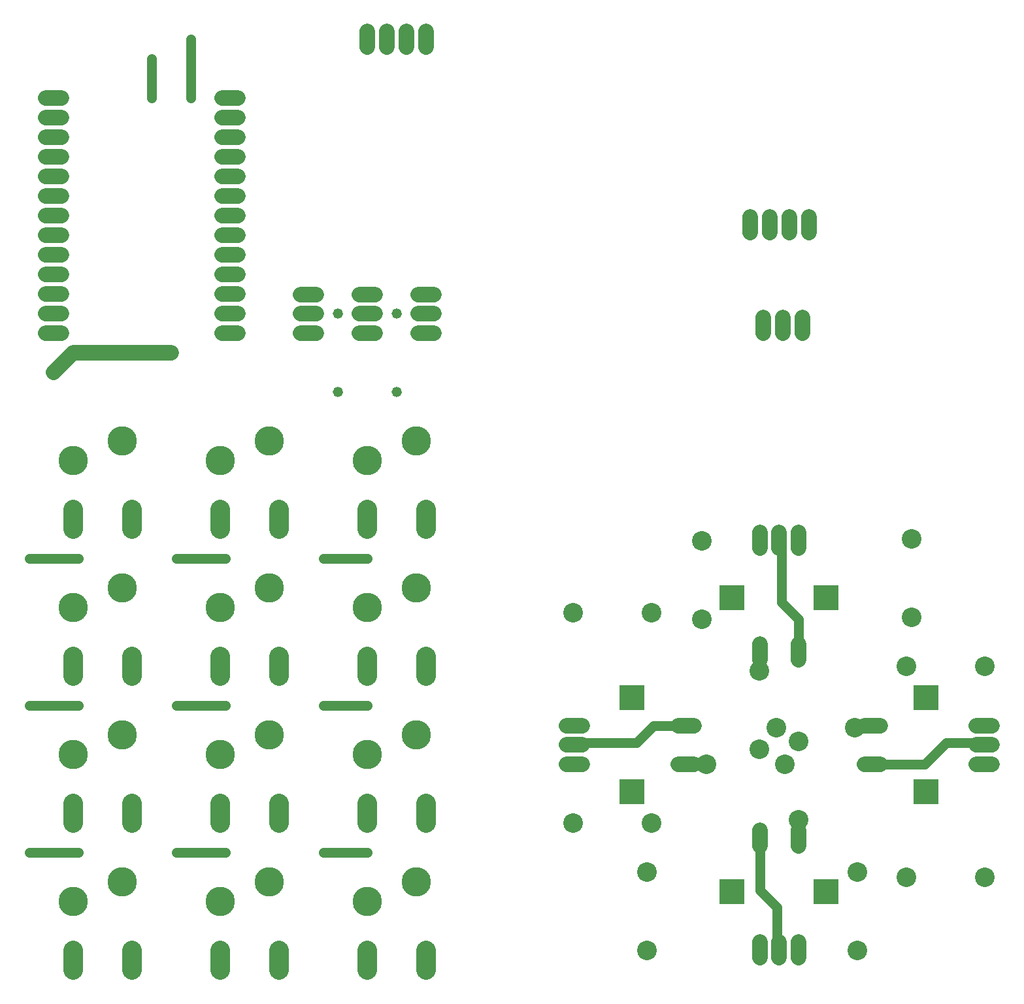
<source format=gbr>
G04 EAGLE Gerber RS-274X export*
G75*
%MOMM*%
%FSLAX34Y34*%
%LPD*%
%INTop Copper*%
%IPPOS*%
%AMOC8*
5,1,8,0,0,1.08239X$1,22.5*%
G01*
%ADD10C,2.540000*%
%ADD11C,3.810000*%
%ADD12C,2.540000*%
%ADD13C,2.032000*%
%ADD14R,3.216000X3.216000*%
%ADD15C,1.320800*%
%ADD16C,1.270000*%
%ADD17C,2.000000*%


D10*
X1168400Y553400D03*
X1168400Y451800D03*
X1219200Y360200D03*
X1219200Y461800D03*
X1022350Y190500D03*
X1022350Y292100D03*
X1295400Y190500D03*
X1295400Y292100D03*
X1365250Y723900D03*
X1365250Y622300D03*
X1093900Y722050D03*
X1093900Y620450D03*
X1099500Y431800D03*
X1201100Y431800D03*
X927100Y628650D03*
X1028700Y628650D03*
X927100Y355600D03*
X1028700Y355600D03*
X1292000Y479800D03*
X1190400Y479800D03*
X1460500Y285750D03*
X1358900Y285750D03*
X1460500Y558800D03*
X1358900Y558800D03*
D11*
X279400Y825500D03*
X342900Y850900D03*
D12*
X279400Y762000D02*
X279400Y736600D01*
X355600Y736600D02*
X355600Y762000D01*
D11*
X660400Y635000D03*
X723900Y660400D03*
D12*
X660400Y571500D02*
X660400Y546100D01*
X736600Y546100D02*
X736600Y571500D01*
D11*
X279400Y444500D03*
X342900Y469900D03*
D12*
X279400Y381000D02*
X279400Y355600D01*
X355600Y355600D02*
X355600Y381000D01*
D11*
X469900Y444500D03*
X533400Y469900D03*
D12*
X469900Y381000D02*
X469900Y355600D01*
X546100Y355600D02*
X546100Y381000D01*
D11*
X660400Y444500D03*
X723900Y469900D03*
D12*
X660400Y381000D02*
X660400Y355600D01*
X736600Y355600D02*
X736600Y381000D01*
D11*
X279400Y254000D03*
X342900Y279400D03*
D12*
X279400Y190500D02*
X279400Y165100D01*
X355600Y165100D02*
X355600Y190500D01*
D11*
X469900Y254000D03*
X533400Y279400D03*
D12*
X469900Y190500D02*
X469900Y165100D01*
X546100Y165100D02*
X546100Y190500D01*
D11*
X660400Y254000D03*
X723900Y279400D03*
D12*
X660400Y190500D02*
X660400Y165100D01*
X736600Y165100D02*
X736600Y190500D01*
D11*
X469900Y825500D03*
X533400Y850900D03*
D12*
X469900Y762000D02*
X469900Y736600D01*
X546100Y736600D02*
X546100Y762000D01*
D11*
X660400Y825500D03*
X723900Y850900D03*
D12*
X660400Y762000D02*
X660400Y736600D01*
X736600Y736600D02*
X736600Y762000D01*
D13*
X1218800Y732860D02*
X1218800Y712540D01*
X1193800Y712540D02*
X1193800Y732860D01*
X1168800Y732860D02*
X1168800Y712540D01*
X1218800Y587860D02*
X1218800Y567540D01*
X1168800Y567540D02*
X1168800Y587860D01*
D14*
X1254800Y647700D03*
X1132800Y647700D03*
D13*
X938460Y482200D02*
X918140Y482200D01*
X918140Y457200D02*
X938460Y457200D01*
X938460Y432200D02*
X918140Y432200D01*
X1063140Y482200D02*
X1083460Y482200D01*
X1083460Y432200D02*
X1063140Y432200D01*
D14*
X1003300Y518200D03*
X1003300Y396200D03*
D13*
X1449140Y432200D02*
X1469460Y432200D01*
X1469460Y457200D02*
X1449140Y457200D01*
X1449140Y482200D02*
X1469460Y482200D01*
X1324460Y432200D02*
X1304140Y432200D01*
X1304140Y482200D02*
X1324460Y482200D01*
D14*
X1384300Y396200D03*
X1384300Y518200D03*
D13*
X1168800Y201860D02*
X1168800Y181540D01*
X1193800Y181540D02*
X1193800Y201860D01*
X1218800Y201860D02*
X1218800Y181540D01*
X1168800Y326540D02*
X1168800Y346860D01*
X1218800Y346860D02*
X1218800Y326540D01*
D14*
X1132800Y266700D03*
X1254800Y266700D03*
D11*
X279400Y635000D03*
X342900Y660400D03*
D12*
X279400Y571500D02*
X279400Y546100D01*
X355600Y546100D02*
X355600Y571500D01*
D11*
X469900Y635000D03*
X533400Y660400D03*
D12*
X469900Y571500D02*
X469900Y546100D01*
X546100Y546100D02*
X546100Y571500D01*
D13*
X492760Y1219200D02*
X472440Y1219200D01*
X472440Y1193800D02*
X492760Y1193800D01*
X492760Y1168400D02*
X472440Y1168400D01*
X472440Y1143000D02*
X492760Y1143000D01*
X492760Y1117600D02*
X472440Y1117600D01*
X472440Y1092200D02*
X492760Y1092200D01*
X492760Y1066800D02*
X472440Y1066800D01*
X472440Y1041400D02*
X492760Y1041400D01*
X492760Y1016000D02*
X472440Y1016000D01*
X472440Y990600D02*
X492760Y990600D01*
X492760Y1244600D02*
X472440Y1244600D01*
X472440Y1270000D02*
X492760Y1270000D01*
X492760Y1295400D02*
X472440Y1295400D01*
X264160Y990600D02*
X243840Y990600D01*
X243840Y1295400D02*
X264160Y1295400D01*
X264160Y1270000D02*
X243840Y1270000D01*
X243840Y1244600D02*
X264160Y1244600D01*
X264160Y1219200D02*
X243840Y1219200D01*
X243840Y1193800D02*
X264160Y1193800D01*
X264160Y1168400D02*
X243840Y1168400D01*
X243840Y1143000D02*
X264160Y1143000D01*
X264160Y1117600D02*
X243840Y1117600D01*
X243840Y1092200D02*
X264160Y1092200D01*
X264160Y1066800D02*
X243840Y1066800D01*
X243840Y1041400D02*
X264160Y1041400D01*
X264160Y1016000D02*
X243840Y1016000D01*
X1232416Y1121678D02*
X1232416Y1141998D01*
X1207016Y1141998D02*
X1207016Y1121678D01*
X1181616Y1121678D02*
X1181616Y1141998D01*
X1156216Y1141998D02*
X1156216Y1121678D01*
X1223746Y1011252D02*
X1223746Y990932D01*
X1198346Y990932D02*
X1198346Y1011252D01*
X1172946Y1011252D02*
X1172946Y990932D01*
X660400Y1361440D02*
X660400Y1381760D01*
X685800Y1381760D02*
X685800Y1361440D01*
X711200Y1361440D02*
X711200Y1381760D01*
X736600Y1381760D02*
X736600Y1361440D01*
X594360Y1041000D02*
X574040Y1041000D01*
X574040Y1016000D02*
X594360Y1016000D01*
X594360Y991000D02*
X574040Y991000D01*
X650240Y1041000D02*
X670560Y1041000D01*
X670560Y1016000D02*
X650240Y1016000D01*
X650240Y991000D02*
X670560Y991000D01*
D15*
X622300Y914400D03*
X622300Y1016000D03*
D13*
X726440Y1041000D02*
X746760Y1041000D01*
X746760Y1016000D02*
X726440Y1016000D01*
X726440Y991000D02*
X746760Y991000D01*
D15*
X698500Y914400D03*
X698500Y1016000D03*
D16*
X1193800Y722700D02*
X1197036Y719464D01*
X1197036Y642049D01*
X1218800Y620285D02*
X1218800Y577700D01*
X1218800Y620285D02*
X1197036Y642049D01*
X931536Y460436D02*
X928300Y457200D01*
X931536Y460436D02*
X1008952Y460436D01*
X1030716Y482200D02*
X1073300Y482200D01*
X1030716Y482200D02*
X1008952Y460436D01*
X1190564Y194936D02*
X1193800Y191700D01*
X1190564Y194936D02*
X1190564Y246952D01*
X1168800Y268716D02*
X1168800Y336700D01*
X1168800Y268716D02*
X1190564Y246952D01*
X1456186Y460314D02*
X1459300Y457200D01*
X1456186Y460314D02*
X1410399Y460314D01*
X1382285Y432200D02*
X1314300Y432200D01*
X1382285Y432200D02*
X1410399Y460314D01*
D17*
X279400Y965200D02*
X254000Y939800D01*
X279400Y965200D02*
X406400Y965200D01*
D16*
X381000Y1295400D02*
X381000Y1346200D01*
X431800Y1371600D02*
X431800Y1295400D01*
X285750Y698500D02*
X222250Y698500D01*
X412750Y698500D02*
X476250Y698500D01*
X603250Y698500D02*
X660400Y698500D01*
X285750Y508000D02*
X222250Y508000D01*
X412750Y508000D02*
X476250Y508000D01*
X603250Y508000D02*
X660400Y508000D01*
X285750Y317500D02*
X222250Y317500D01*
X412750Y317500D02*
X476250Y317500D01*
X603250Y317500D02*
X660400Y317500D01*
M02*

</source>
